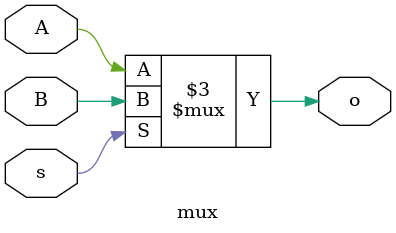
<source format=sv>

module mux(s,A,B,o);
  input logic s;
  input logic A,B;
  output logic o;
  always@(*)begin
    if(s)begin
      o<=B;
    end
      else begin 
        o<=A;
      end
  end
endmodule



</source>
